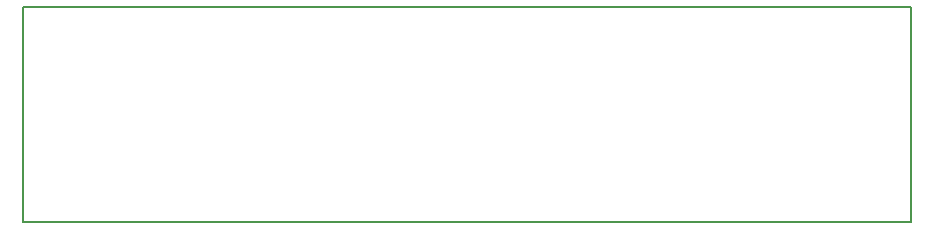
<source format=gbo>
G04 MADE WITH FRITZING*
G04 WWW.FRITZING.ORG*
G04 DOUBLE SIDED*
G04 HOLES PLATED*
G04 CONTOUR ON CENTER OF CONTOUR VECTOR*
%ASAXBY*%
%FSLAX23Y23*%
%MOIN*%
%OFA0B0*%
%SFA1.0B1.0*%
%ADD10R,2.968190X0.727433X2.952190X0.711433*%
%ADD11C,0.008000*%
%LNSILK0*%
G90*
G70*
G54D11*
X4Y723D02*
X2964Y723D01*
X2964Y4D01*
X4Y4D01*
X4Y723D01*
D02*
G04 End of Silk0*
M02*
</source>
